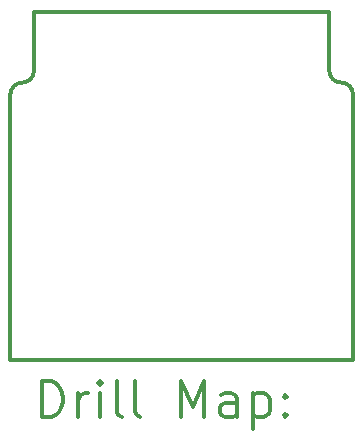
<source format=gbr>
%FSLAX45Y45*%
G04 Gerber Fmt 4.5, Leading zero omitted, Abs format (unit mm)*
G04 Created by KiCad (PCBNEW 5.1.12-84ad8e8a86~92~ubuntu20.04.1) date 2022-05-26 21:25:54*
%MOMM*%
%LPD*%
G01*
G04 APERTURE LIST*
%TA.AperFunction,Profile*%
%ADD10C,0.300000*%
%TD*%
%ADD11C,0.200000*%
%ADD12C,0.300000*%
G04 APERTURE END LIST*
D10*
X10045000Y-3508000D02*
G75*
G02*
X9945000Y-3608000I-100000J0D01*
G01*
X9845000Y-3708000D02*
G75*
G02*
X9945000Y-3608000I100000J0D01*
G01*
X10045000Y-3508000D02*
X10045000Y-3008000D01*
X9845000Y-3708000D02*
X9845000Y-5958000D01*
X10045000Y-3008000D02*
X12545000Y-3008000D01*
X12545000Y-3008000D02*
X12545000Y-3508000D01*
X12645000Y-3608000D02*
G75*
G02*
X12545000Y-3508000I0J100000D01*
G01*
X12645000Y-3608000D02*
G75*
G02*
X12745000Y-3708000I0J-100000D01*
G01*
X12745000Y-3708000D02*
X12745000Y-5958000D01*
X12745000Y-5958000D02*
X9845000Y-5958000D01*
D11*
D12*
X10116428Y-6438714D02*
X10116428Y-6138714D01*
X10187857Y-6138714D01*
X10230714Y-6153000D01*
X10259286Y-6181571D01*
X10273571Y-6210143D01*
X10287857Y-6267286D01*
X10287857Y-6310143D01*
X10273571Y-6367286D01*
X10259286Y-6395857D01*
X10230714Y-6424429D01*
X10187857Y-6438714D01*
X10116428Y-6438714D01*
X10416428Y-6438714D02*
X10416428Y-6238714D01*
X10416428Y-6295857D02*
X10430714Y-6267286D01*
X10445000Y-6253000D01*
X10473571Y-6238714D01*
X10502143Y-6238714D01*
X10602143Y-6438714D02*
X10602143Y-6238714D01*
X10602143Y-6138714D02*
X10587857Y-6153000D01*
X10602143Y-6167286D01*
X10616428Y-6153000D01*
X10602143Y-6138714D01*
X10602143Y-6167286D01*
X10787857Y-6438714D02*
X10759286Y-6424429D01*
X10745000Y-6395857D01*
X10745000Y-6138714D01*
X10945000Y-6438714D02*
X10916428Y-6424429D01*
X10902143Y-6395857D01*
X10902143Y-6138714D01*
X11287857Y-6438714D02*
X11287857Y-6138714D01*
X11387857Y-6353000D01*
X11487857Y-6138714D01*
X11487857Y-6438714D01*
X11759286Y-6438714D02*
X11759286Y-6281571D01*
X11745000Y-6253000D01*
X11716428Y-6238714D01*
X11659286Y-6238714D01*
X11630714Y-6253000D01*
X11759286Y-6424429D02*
X11730714Y-6438714D01*
X11659286Y-6438714D01*
X11630714Y-6424429D01*
X11616428Y-6395857D01*
X11616428Y-6367286D01*
X11630714Y-6338714D01*
X11659286Y-6324429D01*
X11730714Y-6324429D01*
X11759286Y-6310143D01*
X11902143Y-6238714D02*
X11902143Y-6538714D01*
X11902143Y-6253000D02*
X11930714Y-6238714D01*
X11987857Y-6238714D01*
X12016428Y-6253000D01*
X12030714Y-6267286D01*
X12045000Y-6295857D01*
X12045000Y-6381571D01*
X12030714Y-6410143D01*
X12016428Y-6424429D01*
X11987857Y-6438714D01*
X11930714Y-6438714D01*
X11902143Y-6424429D01*
X12173571Y-6410143D02*
X12187857Y-6424429D01*
X12173571Y-6438714D01*
X12159286Y-6424429D01*
X12173571Y-6410143D01*
X12173571Y-6438714D01*
X12173571Y-6253000D02*
X12187857Y-6267286D01*
X12173571Y-6281571D01*
X12159286Y-6267286D01*
X12173571Y-6253000D01*
X12173571Y-6281571D01*
M02*

</source>
